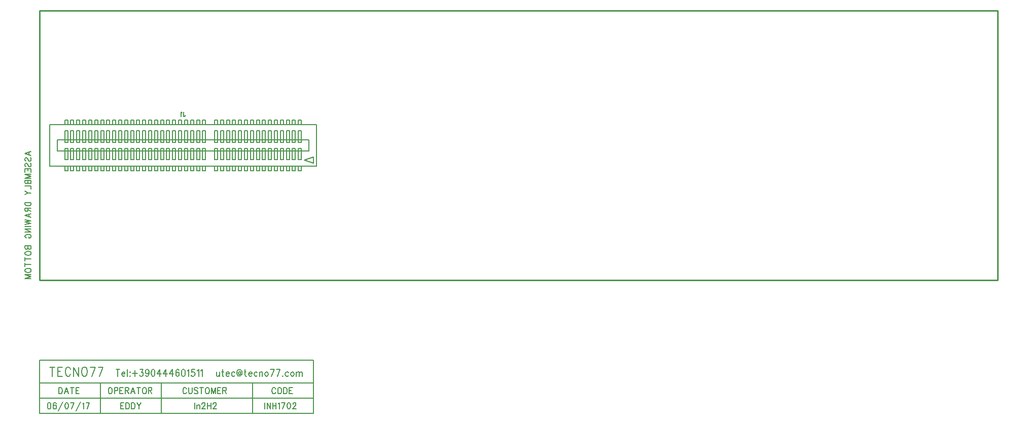
<source format=gbr>
%FSLAX35Y35*%
%MOIN*%
%SFA1.000B1.000*%

G04 Copyright (c) 2015-2018 in2H2 inc.
G04 System developed for in2H2 inc. by Intermotion Technology, Inc.
G04 
G04 Full system RTL, C sources and board design files available at https://github.com/nearist
G04 
G04 in2H2 inc. Team Members:
G04 - Chris McCormick - Algorithm Research and Design
G04 - Matt McCormick - Board Production, System Q/A
G04 
G04 Intermotion Technology Inc. Team Members:
G04 - Mick Fandrich - Project Lead
G04 - Dr. Ludovico Minati - Board Architecture and Design, FPGA Technology Advisor
G04 - Vardan Movsisyan - RTL Team Lead
G04 - Khachatur Gyozalyan - RTL Design
G04 - Tigran Papazyan - RTL Design
G04 - Taron Harutyunyan - RTL Design
G04 - Hayk Ghaltaghchyan - System Software
G04 
G04 Tecno77 S.r.l. Team Members:
G04 - Stefano Aldrigo, Board Layout Design
G04 
G04 We dedicate this project to the memory of Bruce McCormick, an AI pioneer
G04 and advocate, a good friend and father.
G04 
G04 These materials are provided free of charge: you can redistribute them and/or modify  
G04 them under the terms of the GNU General Public License as published by  
G04 the Free Software Foundation, version 3.
G04 
G04 These materials are distributed in the hope that they will be useful, but 
G04 WITHOUT ANY WARRANTY; without even the implied warranty of 
G04 MERCHANTABILITY or FITNESS FOR A PARTICULAR PURPOSE. See the GNU 
G04 General Public License for more details.
G04 In particular, this design should be treated as UNVERIFIED and UNCERTIFIED
G04 
G04 You should have received a copy of the GNU General Public License 
G04 along with this design. If not, see <http://www.gnu.org/licenses/>.

%FSLAX35Y35*%
%MOIN*%
%SFA1.000B1.000*%

%MIA0B0*%
%IPPOS*%
%ADD11C,0.00800*%
%ADD21C,0.00984*%
%ADD25C,0.00700*%
%ADD34C,0.00600*%
%ADD43C,0.00500*%
%LNassemblybtm.gbr*%
%LPD*%
G54D11*X140000Y32224D02*G01Y12224D01*X180000Y32224D02*G01Y12224D01*X240000Y32224D02*G01Y12224D01*X100000Y47224D02*G01X280000D01*Y12224*X100000*Y47224*Y32224D02*G01X280000D01*X100000Y22224D02*G01X280000D01*X108491Y42662D02*G01Y36624D01*X106900Y42662D02*G01X110082D01*X112127D02*G01Y36624D01*Y42662D02*G01X115082D01*X112127Y39787D02*G01X113945D01*X112127Y36624D02*G01X115082D01*X120536Y41224D02*G01X120309Y41799D01*X119855Y42374*X119400Y42662*X118491*X118036Y42374*X117582Y41799*X117355Y41224*X117127Y40362*Y38924*X117355Y38062*X117582Y37487*X118036Y36912*X118491Y36624*X119400*X119855Y36912*X120309Y37487*X120536Y38062*X122582Y42662D02*G01Y36624D01*Y42662D02*G01X125764Y36624D01*Y42662D02*G01Y36624D01*X129173Y42662D02*G01X128718Y42374D01*X128264Y41799*X128036Y41224*X127809Y40362*Y38924*X128036Y38062*X128264Y37487*X128718Y36912*X129173Y36624*X130082*X130536Y36912*X130991Y37487*X131218Y38062*X131445Y38924*Y40362*X131218Y41224*X130991Y41799*X130536Y42374*X130082Y42662*X129173*X136673D02*G01X134400Y36624D01*X133491Y42662D02*G01X136673D01*X141900D02*G01X139627Y36624D01*X138718Y42662D02*G01X141900D01*G54D21*X100003Y277165D02*G01X729924D01*Y100000*X100003*Y277165*G54D25*X151543Y41037D02*G01Y36574D01*X150350Y41037D02*G01X152736D01*X154270Y38274D02*G01X156316D01*Y38699*X156145Y39124*X155975Y39337*X155634Y39549*X155123*X154782Y39337*X154441Y38912*X154270Y38274*Y37849*X154441Y37212*X154782Y36787*X155123Y36574*X155634*X155975Y36787*X156316Y37212*X157850Y41037D02*G01Y36574D01*X159555Y39549D02*G01X159384Y39337D01*X159555Y39124*X159725Y39337*X159555Y39549*Y36999D02*G01X159384Y36787D01*X159555Y36574*X159725Y36787*X159555Y36999*X162793Y40399D02*G01Y36574D01*X161259Y38487D02*G01X164327D01*X166202Y41037D02*G01X168077D01*X167055Y39337*X167566*X167907Y39124*X168077Y38912*X168248Y38274*Y37849*X168077Y37212*X167736Y36787*X167225Y36574*X166714*X166202Y36787*X166032Y36999*X165861Y37424*X171998Y39549D02*G01X171827Y38912D01*X171486Y38487*X170975Y38274*X170805*X170293Y38487*X169952Y38912*X169782Y39549*Y39762*X169952Y40399*X170293Y40824*X170805Y41037*X170975*X171486Y40824*X171827Y40399*X171998Y39549*Y38487*X171827Y37424*X171486Y36787*X170975Y36574*X170634*X170123Y36787*X169952Y37212*X174555Y41037D02*G01X174043Y40824D01*X173702Y40187*X173532Y39124*Y38487*X173702Y37424*X174043Y36787*X174555Y36574*X174895*X175407Y36787*X175748Y37424*X175918Y38487*Y39124*X175748Y40187*X175407Y40824*X174895Y41037*X174555*X179157D02*G01X177452Y38062D01*X180009*X179157Y41037D02*G01Y36574D01*X183248Y41037D02*G01X181543Y38062D01*X184100*X183248Y41037D02*G01Y36574D01*X187339Y41037D02*G01X185634Y38062D01*X188191*X187339Y41037D02*G01Y36574D01*X191770Y40399D02*G01X191600Y40824D01*X191089Y41037*X190748*X190236Y40824*X189895Y40187*X189725Y39124*Y38062*X189895Y37212*X190236Y36787*X190748Y36574*X190918*X191430Y36787*X191770Y37212*X191941Y37849*Y38062*X191770Y38699*X191430Y39124*X190918Y39337*X190748*X190236Y39124*X189895Y38699*X189725Y38062*X194498Y41037D02*G01X193986Y40824D01*X193645Y40187*X193475Y39124*Y38487*X193645Y37424*X193986Y36787*X194498Y36574*X194839*X195350Y36787*X195691Y37424*X195861Y38487*Y39124*X195691Y40187*X195350Y40824*X194839Y41037*X194498*X197395Y40187D02*G01X197736Y40399D01*X198248Y41037*Y36574*X201998Y41037D02*G01X200293D01*X200123Y39124*X200293Y39337*X200805Y39549*X201316*X201827Y39337*X202168Y38912*X202339Y38274*X202168Y37849*X201998Y37212*X201657Y36787*X201145Y36574*X200634*X200123Y36787*X199952Y36999*X199782Y37424*X203873Y40187D02*G01X204214Y40399D01*X204725Y41037*Y36574*X206259Y40187D02*G01X206600Y40399D01*X207111Y41037*Y36574*X216486Y39549D02*G01Y37424D01*X216657Y36787*X216998Y36574*X217509*X217850Y36787*X218361Y37424*Y39549D02*G01Y36574D01*X220407Y41037D02*G01Y37424D01*X220577Y36787*X220918Y36574*X221259*X219895Y39549D02*G01X221089D01*X222793Y38274D02*G01X224839D01*Y38699*X224668Y39124*X224498Y39337*X224157Y39549*X223645*X223305Y39337*X222964Y38912*X222793Y38274*Y37849*X222964Y37212*X223305Y36787*X223645Y36574*X224157*X224498Y36787*X224839Y37212*X228418Y38912D02*G01X228077Y39337D01*X227736Y39549*X227225*X226884Y39337*X226543Y38912*X226373Y38274*Y37849*X226543Y37212*X226884Y36787*X227225Y36574*X227736*X228077Y36787*X228418Y37212*X232168Y36787D02*G01X231486D01*X230634Y36999*X230293Y37424*X229952Y38274*Y39337*X230293Y40399*X230634Y40824*X232168*X232680Y40399*X233020Y39762*X233191Y38699*X233020Y37849*X232850Y37637*X232168Y37424D02*G01X231998Y37637D01*Y39762*Y39337D02*G01X231657Y39549D01*X231316*X230975Y39337*X230805Y38912*Y38487*X230975Y38062*X231316Y37849*X231657*X231998Y38062*X232168Y37424D02*G01X232680D01*X232850Y37637*X235236Y41037D02*G01Y37424D01*X235407Y36787*X235748Y36574*X236089*X234725Y39549D02*G01X235918D01*X237623Y38274D02*G01X239668D01*Y38699*X239498Y39124*X239327Y39337*X238986Y39549*X238475*X238134Y39337*X237793Y38912*X237623Y38274*Y37849*X237793Y37212*X238134Y36787*X238475Y36574*X238986*X239327Y36787*X239668Y37212*X243248Y38912D02*G01X242907Y39337D01*X242566Y39549*X242055*X241714Y39337*X241373Y38912*X241202Y38274*Y37849*X241373Y37212*X241714Y36787*X242055Y36574*X242566*X242907Y36787*X243248Y37212*X244782Y39549D02*G01Y36574D01*Y38699D02*G01X245293Y39337D01*X245634Y39549*X246145*X246486Y39337*X246657Y38699*Y36574*X249043Y39549D02*G01X248702Y39337D01*X248361Y38912*X248191Y38274*Y37849*X248361Y37212*X248702Y36787*X249043Y36574*X249555*X249895Y36787*X250236Y37212*X250407Y37849*Y38274*X250236Y38912*X249895Y39337*X249555Y39549*X249043*X254327Y41037D02*G01X252623Y36574D01*X251941Y41037D02*G01X254327D01*X258248D02*G01X256543Y36574D01*X255861Y41037D02*G01X258248D01*X259952Y36999D02*G01X259782Y36787D01*X259952Y36574*X260123Y36787*X259952Y36999*X263702Y38912D02*G01X263361Y39337D01*X263020Y39549*X262509*X262168Y39337*X261827Y38912*X261657Y38274*Y37849*X261827Y37212*X262168Y36787*X262509Y36574*X263020*X263361Y36787*X263702Y37212*X266089Y39549D02*G01X265748Y39337D01*X265407Y38912*X265236Y38274*Y37849*X265407Y37212*X265748Y36787*X266089Y36574*X266600*X266941Y36787*X267282Y37212*X267452Y37849*Y38274*X267282Y38912*X266941Y39337*X266600Y39549*X266089*X268986D02*G01Y36574D01*Y38699D02*G01X269498Y39337D01*X269839Y39549*X270350*X270691Y39337*X270861Y38699*Y36574*Y38699D02*G01X271373Y39337D01*X271714Y39549*X272225*X272566Y39337*X272736Y38699*Y36574*X153452Y19209D02*G01Y15074D01*Y19209D02*G01X155520D01*X153452Y17240D02*G01X154725D01*X153452Y15074D02*G01X155520D01*X156952Y19209D02*G01Y15074D01*Y19209D02*G01X158066D01*X158543Y19012*X158861Y18618*X159020Y18224*X159180Y17634*Y16649*X159020Y16059*X158861Y15665*X158543Y15271*X158066Y15074*X156952*X160611Y19209D02*G01Y15074D01*Y19209D02*G01X161725D01*X162202Y19012*X162520Y18618*X162680Y18224*X162839Y17634*Y16649*X162680Y16059*X162520Y15665*X162202Y15271*X161725Y15074*X160611*X164270Y19209D02*G01X165543Y17240D01*Y15074*X166816Y19209D02*G01X165543Y17240D01*X106384Y19209D02*G01X105907Y19012D01*X105589Y18421*X105430Y17437*Y16846*X105589Y15862*X105907Y15271*X106384Y15074*X106702*X107180Y15271*X107498Y15862*X107657Y16846*Y17437*X107498Y18421*X107180Y19012*X106702Y19209*X106384*X110998Y18618D02*G01X110839Y19012D01*X110361Y19209*X110043*X109566Y19012*X109248Y18421*X109089Y17437*Y16453*X109248Y15665*X109566Y15271*X110043Y15074*X110202*X110680Y15271*X110998Y15665*X111157Y16256*Y16453*X110998Y17043*X110680Y17437*X110202Y17634*X110043*X109566Y17437*X109248Y17043*X109089Y16453*X115452Y19996D02*G01X112589Y13696D01*X117839Y19209D02*G01X117361Y19012D01*X117043Y18421*X116884Y17437*Y16846*X117043Y15862*X117361Y15271*X117839Y15074*X118157*X118634Y15271*X118952Y15862*X119111Y16846*Y17437*X118952Y18421*X118634Y19012*X118157Y19209*X117839*X122770D02*G01X121180Y15074D01*X120543Y19209D02*G01X122770D01*X127066Y19996D02*G01X124202Y13696D01*X128498Y18421D02*G01X128816Y18618D01*X129293Y19209*Y15074*X132952Y19209D02*G01X131361Y15074D01*X130725Y19209D02*G01X132952D01*X248248D02*G01Y15074D01*X249680Y19209D02*G01Y15074D01*Y19209D02*G01X251907Y15074D01*Y19209D02*G01Y15074D01*X253339Y19209D02*G01Y15074D01*X255566Y19209D02*G01Y15074D01*X253339Y17240D02*G01X255566D01*X256998Y18421D02*G01X257316Y18618D01*X257793Y19209*Y15074*X261452Y19209D02*G01X259861Y15074D01*X259225Y19209D02*G01X261452D01*X263839D02*G01X263361Y19012D01*X263043Y18421*X262884Y17437*Y16846*X263043Y15862*X263361Y15271*X263839Y15074*X264157*X264634Y15271*X264952Y15862*X265111Y16846*Y17437*X264952Y18421*X264634Y19012*X264157Y19209*X263839*X266702Y18224D02*G01Y18421D01*X266861Y18815*X267020Y19012*X267339Y19209*X267975*X268293Y19012*X268452Y18815*X268611Y18421*Y18028*X268452Y17634*X268134Y17043*X266543Y15074*X268770*X112850Y29209D02*G01Y25074D01*Y29209D02*G01X113964D01*X114441Y29012*X114759Y28618*X114918Y28224*X115077Y27634*Y26649*X114918Y26059*X114759Y25665*X114441Y25271*X113964Y25074*X112850*X117782Y29209D02*G01X116509Y25074D01*X117782Y29209D02*G01X119055Y25074D01*X116986Y26453D02*G01X118577D01*X121600Y29209D02*G01Y25074D01*X120486Y29209D02*G01X122714D01*X124145D02*G01Y25074D01*Y29209D02*G01X126214D01*X124145Y27240D02*G01X125418D01*X124145Y25074D02*G01X126214D01*X146305Y29209D02*G01X145986Y29012D01*X145668Y28618*X145509Y28224*X145350Y27634*Y26649*X145509Y26059*X145668Y25665*X145986Y25271*X146305Y25074*X146941*X147259Y25271*X147577Y25665*X147736Y26059*X147895Y26649*Y27634*X147736Y28224*X147577Y28618*X147259Y29012*X146941Y29209*X146305*X149327D02*G01Y25074D01*Y29209D02*G01X150759D01*X151236Y29012*X151395Y28815*X151555Y28421*Y27831*X151395Y27437*X151236Y27240*X150759Y27043*X149327*X152986Y29209D02*G01Y25074D01*Y29209D02*G01X155055D01*X152986Y27240D02*G01X154259D01*X152986Y25074D02*G01X155055D01*X156486Y29209D02*G01Y25074D01*Y29209D02*G01X157918D01*X158395Y29012*X158555Y28815*X158714Y28421*Y28028*X158555Y27634*X158395Y27437*X157918Y27240*X156486*X157600D02*G01X158714Y25074D01*X161418Y29209D02*G01X160145Y25074D01*X161418Y29209D02*G01X162691Y25074D01*X160623Y26453D02*G01X162214D01*X165236Y29209D02*G01Y25074D01*X164123Y29209D02*G01X166350D01*X168736D02*G01X168418Y29012D01*X168100Y28618*X167941Y28224*X167782Y27634*Y26649*X167941Y26059*X168100Y25665*X168418Y25271*X168736Y25074*X169373*X169691Y25271*X170009Y25665*X170168Y26059*X170327Y26649*Y27634*X170168Y28224*X170009Y28618*X169691Y29012*X169373Y29209*X168736*X171759D02*G01Y25074D01*Y29209D02*G01X173191D01*X173668Y29012*X173827Y28815*X173986Y28421*Y28028*X173827Y27634*X173668Y27437*X173191Y27240*X171759*X172873D02*G01X173986Y25074D01*X196736Y28224D02*G01X196577Y28618D01*X196259Y29012*X195941Y29209*X195305*X194986Y29012*X194668Y28618*X194509Y28224*X194350Y27634*Y26649*X194509Y26059*X194668Y25665*X194986Y25271*X195305Y25074*X195941*X196259Y25271*X196577Y25665*X196736Y26059*X198168Y29209D02*G01Y26256D01*X198327Y25665*X198645Y25271*X199123Y25074*X199441*X199918Y25271*X200236Y25665*X200395Y26256*Y29209*X204055Y28618D02*G01X203736Y29012D01*X203259Y29209*X202623*X202145Y29012*X201827Y28618*Y28224*X201986Y27831*X202145Y27634*X202464Y27437*X203418Y27043*X203736Y26846*X203895Y26649*X204055Y26256*Y25665*X203736Y25271*X203259Y25074*X202623*X202145Y25271*X201827Y25665*X206600Y29209D02*G01Y25074D01*X205486Y29209D02*G01X207714D01*X210100D02*G01X209782Y29012D01*X209464Y28618*X209305Y28224*X209145Y27634*Y26649*X209305Y26059*X209464Y25665*X209782Y25271*X210100Y25074*X210736*X211055Y25271*X211373Y25665*X211532Y26059*X211691Y26649*Y27634*X211532Y28224*X211373Y28618*X211055Y29012*X210736Y29209*X210100*X213123D02*G01Y25074D01*Y29209D02*G01X214395Y25074D01*X215668Y29209D02*G01X214395Y25074D01*X215668Y29209D02*G01Y25074D01*X217100Y29209D02*G01Y25074D01*Y29209D02*G01X219168D01*X217100Y27240D02*G01X218373D01*X217100Y25074D02*G01X219168D01*X220600Y29209D02*G01Y25074D01*Y29209D02*G01X222032D01*X222509Y29012*X222668Y28815*X222827Y28421*Y28028*X222668Y27634*X222509Y27437*X222032Y27240*X220600*X221714D02*G01X222827Y25074D01*X255236Y28224D02*G01X255077Y28618D01*X254759Y29012*X254441Y29209*X253805*X253486Y29012*X253168Y28618*X253009Y28224*X252850Y27634*Y26649*X253009Y26059*X253168Y25665*X253486Y25271*X253805Y25074*X254441*X254759Y25271*X255077Y25665*X255236Y26059*X257623Y29209D02*G01X257305Y29012D01*X256986Y28618*X256827Y28224*X256668Y27634*Y26649*X256827Y26059*X256986Y25665*X257305Y25271*X257623Y25074*X258259*X258577Y25271*X258895Y25665*X259055Y26059*X259214Y26649*Y27634*X259055Y28224*X258895Y28618*X258577Y29012*X258259Y29209*X257623*X260645D02*G01Y25074D01*Y29209D02*G01X261759D01*X262236Y29012*X262555Y28618*X262714Y28224*X262873Y27634*Y26649*X262714Y26059*X262555Y25665*X262236Y25271*X261759Y25074*X260645*X264305Y29209D02*G01Y25074D01*Y29209D02*G01X266373D01*X264305Y27240D02*G01X265577D01*X264305Y25074D02*G01X266373D01*X202191Y19209D02*G01Y15074D01*X203623Y17831D02*G01Y15074D01*Y17043D02*G01X204100Y17634D01*X204418Y17831*X204895*X205214Y17634*X205373Y17043*Y15074*X206964Y18224D02*G01Y18421D01*X207123Y18815*X207282Y19012*X207600Y19209*X208236*X208555Y19012*X208714Y18815*X208873Y18421*Y18028*X208714Y17634*X208395Y17043*X206805Y15074*X209032*X210464Y19209D02*G01Y15074D01*X212691Y19209D02*G01Y15074D01*X210464Y17240D02*G01X212691D01*X214282Y18224D02*G01Y18421D01*X214441Y18815*X214600Y19012*X214918Y19209*X215555*X215873Y19012*X216032Y18815*X216191Y18421*Y18028*X216032Y17634*X215714Y17043*X214123Y15074*X216350*X90516Y183077D02*G01X94650Y184350D01*X90516Y183077D02*G01X94650Y181805D01*X93272Y183873D02*G01Y182282D01*X91106Y178145D02*G01X90712Y178464D01*Y178464D02*G01X90516Y178941D01*Y179577*X90712Y180055*Y180055D02*G01X91106Y180373D01*X91500*X91894Y180214*X92091Y180055*X92287Y179736*Y179736D02*G01X92681Y178782D01*X92878Y178464*X93075Y178305*X93469Y178145*X94059*X94453Y178464*X94650Y178941*Y179577*X94453Y180055*X94059Y180373*X91106Y174486D02*G01X90712Y174805D01*Y174805D02*G01X90516Y175282D01*Y175918*X90712Y176395*Y176395D02*G01X91106Y176714D01*X91500*X91894Y176555*X92091Y176395*X92287Y176077*Y176077D02*G01X92681Y175123D01*X92878Y174805*X93075Y174645*X93469Y174486*X94059*X94453Y174805*X94650Y175282*Y175918*X94453Y176395*X94059Y176714*X90516Y173055D02*G01X94650D01*X90516D02*G01Y170986D01*X92484Y173055D02*G01Y171782D01*X94650Y173055D02*G01Y170986D01*X90516Y169555D02*G01X94650D01*X90516D02*G01X94650Y168282D01*X90516Y167009D02*G01X94650Y168282D01*X90516Y167009D02*G01X94650D01*X90516Y165577D02*G01X94650D01*X90516D02*G01Y164145D01*X90712Y163668*Y163668D02*G01X90909Y163509D01*X91303Y163350*X91697*X92091Y163509*X92287Y163668*Y163668D02*G01X92484Y164145D01*Y165577D02*G01Y164145D01*X92681Y163668*X92878Y163509*X93272Y163350*X93862*Y163350D02*G01X94256Y163509D01*X94453Y163668*X94650Y164145*Y165577*X90516Y161918D02*G01X94650D01*Y160009*X90516Y158577D02*G01X92484Y157305D01*X94650*X90516Y156032D02*G01X92484Y157305D01*X90516Y150941D02*G01X94650D01*X90516D02*G01Y149827D01*X90712Y149350*Y149350D02*G01X91106Y149032D01*X91500Y148873*X92091Y148714*X93075*X93666Y148873*X94059Y149032*X94453Y149350*X94650Y149827*Y150941*X90516Y147282D02*G01X94650D01*X90516D02*G01Y145850D01*X90712Y145373*Y145373D02*G01X90909Y145214D01*X91303Y145055*X91697*X92091Y145214*X92287Y145373*Y145373D02*G01X92484Y145850D01*Y147282*Y146168D02*G01X94650Y145055D01*X90516Y142350D02*G01X94650Y143623D01*X90516Y142350D02*G01X94650Y141077D01*X93272Y143145D02*G01Y141555D01*X90516Y139645D02*G01X94650Y138850D01*X90516Y138055D02*G01X94650Y138850D01*X90516Y138055D02*G01X94650Y137259D01*X90516Y136464D02*G01X94650Y137259D01*X90516Y135032D02*G01X94650D01*X90516Y133600D02*G01X94650D01*X90516D02*G01X94650Y131373D01*X90516D02*G01X94650D01*X91500Y127555D02*G01X91106Y127714D01*X90712Y128032*Y128032D02*G01X90516Y128350D01*Y128986*X90712Y129305*Y129305D02*G01X91106Y129623D01*X91500Y129782*X92091Y129941*X93075*X93666Y129782*X94059Y129623*X94453Y129305*X94650Y128986*Y128350*X94453Y128032*X94059Y127714*X93666Y127555*X93075*Y128350D02*G01Y127555D01*X90516Y122464D02*G01X94650D01*X90516D02*G01Y121032D01*X90712Y120555*Y120555D02*G01X90909Y120395D01*X91303Y120236*X91697*X92091Y120395*X92287Y120555*Y120555D02*G01X92484Y121032D01*Y122464D02*G01Y121032D01*X92681Y120555*X92878Y120395*X93272Y120236*X93862*Y120236D02*G01X94256Y120395D01*X94453Y120555*X94650Y121032*Y122464*X90516Y117850D02*G01X90712Y118168D01*Y118168D02*G01X91106Y118486D01*X91500Y118645*X92091Y118805*X93075*X93666Y118645*X94059Y118486*X94453Y118168*X94650Y117850*Y117214*X94453Y116895*X94059Y116577*X93666Y116418*X93075Y116259*X92091*X91500Y116418*X91106Y116577*X90712Y116895*Y116895D02*G01X90516Y117214D01*Y117850*Y113714D02*G01X94650D01*X90516Y114827D02*G01Y112600D01*Y110055D02*G01X94650D01*X90516Y111168D02*G01Y108941D01*Y106555D02*G01X90712Y106873D01*Y106873D02*G01X91106Y107191D01*X91500Y107350*X92091Y107509*X93075*X93666Y107350*X94059Y107191*X94453Y106873*X94650Y106555*Y105918*X94453Y105600*X94059Y105282*X93666Y105123*X93075Y104964*X92091*X91500Y105123*X91106Y105282*X90712Y105600*Y105600D02*G01X90516Y105918D01*Y106555*Y103532D02*G01X94650D01*X90516D02*G01X94650Y102259D01*X90516Y100986D02*G01X94650Y102259D01*X90516Y100986D02*G01X94650D01*G54D34*X282165Y202333D02*G01X106811D01*Y174833*X282165*Y202333*X277165Y192205D02*G01X111811D01*Y184961*X277165*Y192205*X272260Y174833D02*G01Y171833D01*X270260*Y174833*X272260Y179083D02*G01X270260D01*Y186583*X272260*Y179083*X268323Y174833D02*G01Y171833D01*X266323*Y174833*X268323Y179083D02*G01X266323D01*Y186583*X268323*Y179083*X264386Y174833D02*G01Y171833D01*X262386*Y174833*X264386Y179083D02*G01X262386D01*Y186583*X264386*Y179083*X260449Y174833D02*G01Y171833D01*X258449*Y174833*X260449Y179083D02*G01X258449D01*Y186583*X260449*Y179083*X256512Y174833D02*G01Y171833D01*X254512*Y174833*X256512Y179083D02*G01X254512D01*Y186583*X256512*Y179083*X252575Y174833D02*G01Y171833D01*X250575*Y174833*X252575Y179083D02*G01X250575D01*Y186583*X252575*Y179083*X248638Y174833D02*G01Y171833D01*X246638*Y174833*X248638Y179083D02*G01X246638D01*Y186583*X248638*Y179083*X244701Y174833D02*G01Y171833D01*X242701*Y174833*X244701Y179083D02*G01X242701D01*Y186583*X244701*Y179083*X240764Y174833D02*G01Y171833D01*X238764*Y174833*X240764Y179083D02*G01X238764D01*Y186583*X240764*Y179083*X236827Y174833D02*G01Y171833D01*X234827*Y174833*X236827Y179083D02*G01X234827D01*Y186583*X236827*Y179083*X232890Y174833D02*G01Y171833D01*X230890*Y174833*X232890Y179083D02*G01X230890D01*Y186583*X232890*Y179083*X228953Y174833D02*G01Y171833D01*X226953*Y174833*X228953Y179083D02*G01X226953D01*Y186583*X228953*Y179083*X225016Y174833D02*G01Y171833D01*X223016*Y174833*X225016Y179083D02*G01X223016D01*Y186583*X225016*Y179083*X221079Y174833D02*G01Y171833D01*X219079*Y174833*X221079Y179083D02*G01X219079D01*Y186583*X221079*Y179083*X217142Y174833D02*G01Y171833D01*X215142*Y174833*X217142Y179083D02*G01X215142D01*Y186583*X217142*Y179083*X209268Y174833D02*G01Y171833D01*X207268*Y174833*X209268Y179083D02*G01X207268D01*Y186583*X209268*Y179083*X205331Y174833D02*G01Y171833D01*X203331*Y174833*X205331Y179083D02*G01X203331D01*Y186583*X205331*Y179083*X201394Y174833D02*G01Y171833D01*X199394*Y174833*X201394Y179083D02*G01X199394D01*Y186583*X201394*Y179083*X197457Y174833D02*G01Y171833D01*X195457*Y174833*X197457Y179083D02*G01X195457D01*Y186583*X197457*Y179083*X193520Y174833D02*G01Y171833D01*X191520*Y174833*X193520Y179083D02*G01X191520D01*Y186583*X193520*Y179083*X189583Y174833D02*G01Y171833D01*X187583*Y174833*X189583Y179083D02*G01X187583D01*Y186583*X189583*Y179083*X185646Y174833D02*G01Y171833D01*X183646*Y174833*X185646Y179083D02*G01X183646D01*Y186583*X185646*Y179083*X181709Y174833D02*G01Y171833D01*X179709*Y174833*X181709Y179083D02*G01X179709D01*Y186583*X181709*Y179083*X177772Y174833D02*G01Y171833D01*X175772*Y174833*X177772Y179083D02*G01X175772D01*Y186583*X177772*Y179083*X173835Y174833D02*G01Y171833D01*X171835*Y174833*X173835Y179083D02*G01X171835D01*Y186583*X173835*Y179083*X169898Y174833D02*G01Y171833D01*X167898*Y174833*X169898Y179083D02*G01X167898D01*Y186583*X169898*Y179083*X165961Y174833D02*G01Y171833D01*X163961*Y174833*X165961Y179083D02*G01X163961D01*Y186583*X165961*Y179083*X162024Y174833D02*G01Y171833D01*X160024*Y174833*X162024Y179083D02*G01X160024D01*Y186583*X162024*Y179083*X158087Y174833D02*G01Y171833D01*X156087*Y174833*X158087Y179083D02*G01X156087D01*Y186583*X158087*Y179083*X154150Y174833D02*G01Y171833D01*X152150*Y174833*X154150Y179083D02*G01X152150D01*Y186583*X154150*Y179083*X150213Y174833D02*G01Y171833D01*X148213*Y174833*X150213Y179083D02*G01X148213D01*Y186583*X150213*Y179083*X146276Y174833D02*G01Y171833D01*X144276*Y174833*X146276Y179083D02*G01X144276D01*Y186583*X146276*Y179083*X142339Y174833D02*G01Y171833D01*X140339*Y174833*X142339Y179083D02*G01X140339D01*Y186583*X142339*Y179083*X138402Y174833D02*G01Y171833D01*X136402*Y174833*X138402Y179083D02*G01X136402D01*Y186583*X138402*Y179083*X134465Y174833D02*G01Y171833D01*X132465*Y174833*X134465Y179083D02*G01X132465D01*Y186583*X134465*Y179083*X130528Y174833D02*G01Y171833D01*X128528*Y174833*X130528Y179083D02*G01X128528D01*Y186583*X130528*Y179083*X126591Y174833D02*G01Y171833D01*X124591*Y174833*X126591Y179083D02*G01X124591D01*Y186583*X126591*Y179083*X122654Y174833D02*G01Y171833D01*X120654*Y174833*X122654Y179083D02*G01X120654D01*Y186583*X122654*Y179083*X118717Y174833D02*G01Y171833D01*X116717*Y174833*X118717Y179083D02*G01X116717D01*Y186583*X118717*Y179083*X272260Y202333D02*G01Y205333D01*X270260*Y202333*X272260Y198083D02*G01X270260D01*Y190583*X272260*Y198083*X268323Y202333D02*G01Y205333D01*X266323*Y202333*X268323Y198083D02*G01X266323D01*Y190583*X268323*Y198083*X264386Y202333D02*G01Y205333D01*X262386*Y202333*X264386Y198083D02*G01X262386D01*Y190583*X264386*Y198083*X260449Y202333D02*G01Y205333D01*X258449*Y202333*X260449Y198083D02*G01X258449D01*Y190583*X260449*Y198083*X256512Y202333D02*G01Y205333D01*X254512*Y202333*X256512Y198083D02*G01X254512D01*Y190583*X256512*Y198083*X252575Y202333D02*G01Y205333D01*X250575*Y202333*X252575Y198083D02*G01X250575D01*Y190583*X252575*Y198083*X248638Y202333D02*G01Y205333D01*X246638*Y202333*X248638Y198083D02*G01X246638D01*Y190583*X248638*Y198083*X244701Y202333D02*G01Y205333D01*X242701*Y202333*X244701Y198083D02*G01X242701D01*Y190583*X244701*Y198083*X240764Y202333D02*G01Y205333D01*X238764*Y202333*X240764Y198083D02*G01X238764D01*Y190583*X240764*Y198083*X236827Y202333D02*G01Y205333D01*X234827*Y202333*X236827Y198083D02*G01X234827D01*Y190583*X236827*Y198083*X232890Y202333D02*G01Y205333D01*X230890*Y202333*X232890Y198083D02*G01X230890D01*Y190583*X232890*Y198083*X228953Y202333D02*G01Y205333D01*X226953*Y202333*X228953Y198083D02*G01X226953D01*Y190583*X228953*Y198083*X225016Y202333D02*G01Y205333D01*X223016*Y202333*X225016Y198083D02*G01X223016D01*Y190583*X225016*Y198083*X221079Y202333D02*G01Y205333D01*X219079*Y202333*X221079Y198083D02*G01X219079D01*Y190583*X221079*Y198083*X217142Y202333D02*G01Y205333D01*X215142*Y202333*X217142Y198083D02*G01X215142D01*Y190583*X217142*Y198083*X209268Y202333D02*G01Y205333D01*X207268*Y202333*X209268Y198083D02*G01X207268D01*Y190583*X209268*Y198083*X205331Y202333D02*G01Y205333D01*X203331*Y202333*X205331Y198083D02*G01X203331D01*Y190583*X205331*Y198083*X201394Y202333D02*G01Y205333D01*X199394*Y202333*X201394Y198083D02*G01X199394D01*Y190583*X201394*Y198083*X197457Y202333D02*G01Y205333D01*X195457*Y202333*X197457Y198083D02*G01X195457D01*Y190583*X197457*Y198083*X193520Y202333D02*G01Y205333D01*X191520*Y202333*X193520Y198083D02*G01X191520D01*Y190583*X193520*Y198083*X189583Y202333D02*G01Y205333D01*X187583*Y202333*X189583Y198083D02*G01X187583D01*Y190583*X189583*Y198083*X185646Y202333D02*G01Y205333D01*X183646*Y202333*X185646Y198083D02*G01X183646D01*Y190583*X185646*Y198083*X181709Y202333D02*G01Y205333D01*X179709*Y202333*X181709Y198083D02*G01X179709D01*Y190583*X181709*Y198083*X177772Y202333D02*G01Y205333D01*X175772*Y202333*X177772Y198083D02*G01X175772D01*Y190583*X177772*Y198083*X173835Y202333D02*G01Y205333D01*X171835*Y202333*X173835Y198083D02*G01X171835D01*Y190583*X173835*Y198083*X169898Y202333D02*G01Y205333D01*X167898*Y202333*X169898Y198083D02*G01X167898D01*Y190583*X169898*Y198083*X165961Y202333D02*G01Y205333D01*X163961*Y202333*X165961Y198083D02*G01X163961D01*Y190583*X165961*Y198083*X162024Y202333D02*G01Y205333D01*X160024*Y202333*X162024Y198083D02*G01X160024D01*Y190583*X162024*Y198083*X158087Y202333D02*G01Y205333D01*X156087*Y202333*X158087Y198083D02*G01X156087D01*Y190583*X158087*Y198083*X154150Y202333D02*G01Y205333D01*X152150*Y202333*X154150Y198083D02*G01X152150D01*Y190583*X154150*Y198083*X150213Y202333D02*G01Y205333D01*X148213*Y202333*X150213Y198083D02*G01X148213D01*Y190583*X150213*Y198083*X146276Y202333D02*G01Y205333D01*X144276*Y202333*X146276Y198083D02*G01X144276D01*Y190583*X146276*Y198083*X142339Y202333D02*G01Y205333D01*X140339*Y202333*X142339Y198083D02*G01X140339D01*Y190583*X142339*Y198083*X138402Y202333D02*G01Y205333D01*X136402*Y202333*X138402Y198083D02*G01X136402D01*Y190583*X138402*Y198083*X134465Y202333D02*G01Y205333D01*X132465*Y202333*X134465Y198083D02*G01X132465D01*Y190583*X134465*Y198083*X130528Y202333D02*G01Y205333D01*X128528*Y202333*X130528Y198083D02*G01X128528D01*Y190583*X130528*Y198083*X126591Y202333D02*G01Y205333D01*X124591*Y202333*X126591Y198083D02*G01X124591D01*Y190583*X126591*Y198083*X122654Y202333D02*G01Y205333D01*X120654*Y202333*X122654Y198083D02*G01X120654D01*Y190583*X122654*Y198083*X118717Y202333D02*G01Y205333D01*X116717*Y202333*X118717Y198083D02*G01X116717D01*Y190583*X118717*Y198083*X280118Y176772D02*G01Y180709D01*X274213Y178740*X280118Y176772*G54D43*X194693Y210447D02*G01Y208197D01*X194806Y207775*X194920Y207635*X195147Y207494*X195375*X195602Y207635*X195715Y207775*X195829Y208197*Y208479*X193670Y209885D02*G01X193443Y210025D01*X193102Y210447*Y207494*M02*
</source>
